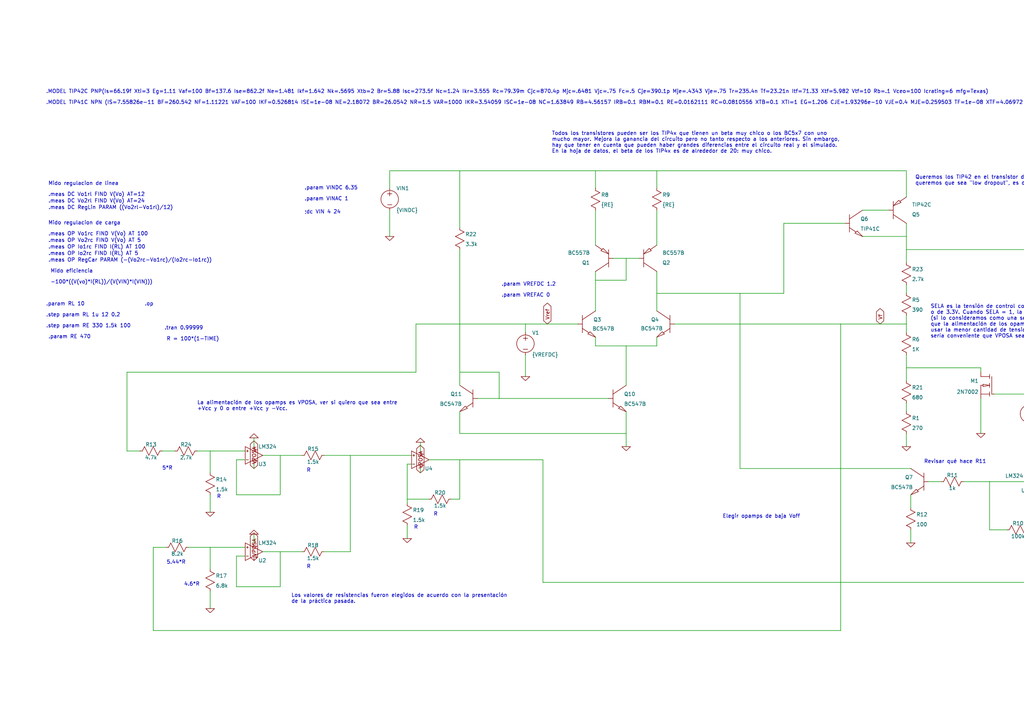
<source format=kicad_sch>
(kicad_sch (version 20231120) (generator "eeschema") (generator_version "8.0")
  (paper "A4")
  (lib_symbols
    (symbol "ltspice:GND" (power)
      (symbol "GND_0_0"
        (polyline (pts (xy 1.27 0) (xy -1.27 0) (xy 0 -1.1938) (xy 1.27 0) (xy -1.27 0) (xy 0 -1.1938)) (stroke (width 0.1524)))
        (pin power_in line (at 0 0 0) (length 0.0005) (name "") (number ""))
      )
    )
    (symbol "ltspice:OpAmps/opamp2" (pin_numbers hide)
      (symbol "OpAmps/opamp2_0_0"
        (polyline (pts (xy -2.54 -7.62) (xy -2.54 -2.54)) (stroke (width 0.1524)))
        (polyline (pts (xy -1.905 -6.0452) (xy -1.905 -6.6802)) (stroke (width 0.1524)))
        (polyline (pts (xy -1.6002 -6.35) (xy -2.2352 -6.35)) (stroke (width 0.1524)))
        (polyline (pts (xy -1.6002 -3.81) (xy -2.2352 -3.81)) (stroke (width 0.1524)))
        (polyline (pts (xy 0 -6.35) (xy 0 -7.62)) (stroke (width 0.1524)))
        (polyline (pts (xy 0 -3.81) (xy 0 -2.54)) (stroke (width 0.1524)))
        (polyline (pts (xy 0.635 -3.81) (xy 0.635 -3.175)) (stroke (width 0.1524)))
        (polyline (pts (xy 0.9652 -6.6802) (xy 0.3302 -6.6802)) (stroke (width 0.1524)))
        (polyline (pts (xy 0.9652 -3.5052) (xy 0.3302 -3.5052)) (stroke (width 0.1524)))
        (polyline (pts (xy 2.54 -5.08) (xy -2.54 -7.62)) (stroke (width 0.1524)))
        (polyline (pts (xy 2.54 -5.08) (xy -2.54 -2.54)) (stroke (width 0.1524)))
        (pin passive line (at -2.54 -6.35 0) (length 0.0005) (name "In+") (number "1"))
        (pin passive line (at -2.54 -3.81 0) (length 0.0005) (name "In-") (number "2"))
        (pin passive line (at 0 -2.54 0) (length 0.0005) (name "V+") (number "3"))
        (pin passive line (at 0 -7.62 0) (length 0.0005) (name "V-") (number "4"))
        (pin passive line (at 2.54 -5.08 0) (length 0.0005) (name "OUT") (number "5"))
      )
    )
    (symbol "ltspice:cap" (pin_numbers hide)
      (symbol "cap_0_0"
        (polyline (pts (xy 1.27 -5.08) (xy 1.27 -2.8702)) (stroke (width 0.1524)))
        (polyline (pts (xy 1.27 0) (xy 1.27 -2.2352)) (stroke (width 0.1524)))
        (polyline (pts (xy 2.54 -2.8702) (xy 0 -2.8702)) (stroke (width 0.1524)))
        (polyline (pts (xy 2.54 -2.2352) (xy 0 -2.2352)) (stroke (width 0.1524)))
        (pin passive line (at 1.27 0 0) (length 0.0005) (name "") (number "1"))
        (pin passive line (at 1.27 -5.08 0) (length 0.0005) (name "") (number "2"))
      )
    )
    (symbol "ltspice:nmos" (pin_numbers hide)
      (symbol "nmos_0_0"
        (polyline (pts (xy 0.635 -6.35) (xy 0 -6.35)) (stroke (width 0.1524)))
        (polyline (pts (xy 0.635 -6.35) (xy 0.635 -1.27)) (stroke (width 0.1524)))
        (polyline (pts (xy 1.27 -6.985) (xy 1.27 -5.715)) (stroke (width 0.1524)))
        (polyline (pts (xy 1.27 -4.445) (xy 1.27 -3.175)) (stroke (width 0.1524)))
        (polyline (pts (xy 1.27 -1.905) (xy 1.27 -0.635)) (stroke (width 0.1524)))
        (polyline (pts (xy 1.27 -1.27) (xy 3.81 -1.27)) (stroke (width 0.1524)))
        (polyline (pts (xy 3.175 -4.1402) (xy 1.27 -3.81)) (stroke (width 0.1524)))
        (polyline (pts (xy 3.175 -4.1402) (xy 3.175 -3.5052)) (stroke (width 0.1524)))
        (polyline (pts (xy 3.175 -3.5052) (xy 1.27 -3.81)) (stroke (width 0.1524)))
        (polyline (pts (xy 3.81 -7.62) (xy 3.81 -3.81)) (stroke (width 0.1524)))
        (polyline (pts (xy 3.81 -6.35) (xy 1.27 -6.35)) (stroke (width 0.1524)))
        (polyline (pts (xy 3.81 -3.81) (xy 3.175 -3.81)) (stroke (width 0.1524)))
        (polyline (pts (xy 3.81 -1.27) (xy 3.81 0)) (stroke (width 0.1524)))
        (pin passive line (at 3.81 0 0) (length 0.0005) (name "D") (number "1"))
        (pin passive line (at 0 -6.35 0) (length 0.0005) (name "G") (number "2"))
        (pin passive line (at 3.81 -7.62 0) (length 0.0005) (name "S") (number "3"))
      )
    )
    (symbol "ltspice:npn" (pin_numbers hide)
      (symbol "npn_0_0"
        (polyline (pts (xy 0 -3.81) (xy 1.27 -3.81)) (stroke (width 0.1524)))
        (polyline (pts (xy 1.27 -5.08) (xy 3.175 -6.35)) (stroke (width 0.1524)))
        (polyline (pts (xy 1.27 -1.27) (xy 1.27 -6.35)) (stroke (width 0.1524)))
        (polyline (pts (xy 2.8702 -6.6802) (xy 3.5052 -6.0452)) (stroke (width 0.1524)))
        (polyline (pts (xy 2.8702 -6.6802) (xy 5.08 -7.62)) (stroke (width 0.1524)))
        (polyline (pts (xy 3.5052 -6.0452) (xy 5.08 -7.62)) (stroke (width 0.1524)))
        (polyline (pts (xy 5.08 0) (xy 1.27 -2.54)) (stroke (width 0.1524)))
        (pin passive line (at 5.08 0 0) (length 0.0005) (name "C") (number "1"))
        (pin passive line (at 0 -3.81 0) (length 0.0005) (name "B") (number "2"))
        (pin passive line (at 5.08 -7.62 0) (length 0.0005) (name "E") (number "3"))
      )
    )
    (symbol "ltspice:pnp" (pin_numbers hide)
      (symbol "pnp_0_0"
        (polyline (pts (xy 0 -3.81) (xy 1.27 -3.81)) (stroke (width 0.1524)))
        (polyline (pts (xy 1.27 -1.27) (xy 1.27 -6.35)) (stroke (width 0.1524)))
        (polyline (pts (xy 2.8702 -6.6802) (xy 1.27 -5.08)) (stroke (width 0.1524)))
        (polyline (pts (xy 2.8702 -6.6802) (xy 3.5052 -6.0452)) (stroke (width 0.1524)))
        (polyline (pts (xy 3.5052 -6.0452) (xy 1.27 -5.08)) (stroke (width 0.1524)))
        (polyline (pts (xy 5.08 -7.62) (xy 3.175 -6.35)) (stroke (width 0.1524)))
        (polyline (pts (xy 5.08 0) (xy 1.27 -2.54)) (stroke (width 0.1524)))
        (pin passive line (at 5.08 0 0) (length 0.0005) (name "C") (number "1"))
        (pin passive line (at 0 -3.81 0) (length 0.0005) (name "B") (number "2"))
        (pin passive line (at 5.08 -7.62 0) (length 0.0005) (name "E") (number "3"))
      )
    )
    (symbol "ltspice:res" (pin_numbers hide)
      (symbol "res_0_0"
        (polyline (pts (xy 0 -6.35) (xy 2.54 -5.08)) (stroke (width 0.1524)))
        (polyline (pts (xy 0 -3.81) (xy 2.54 -2.54)) (stroke (width 0.1524)))
        (polyline (pts (xy 1.27 -7.62) (xy 1.27 -6.985)) (stroke (width 0.1524)))
        (polyline (pts (xy 1.27 -6.985) (xy 0 -6.35)) (stroke (width 0.1524)))
        (polyline (pts (xy 1.27 -1.905) (xy 1.27 -1.27)) (stroke (width 0.1524)))
        (polyline (pts (xy 2.54 -5.08) (xy 0 -3.81)) (stroke (width 0.1524)))
        (polyline (pts (xy 2.54 -2.54) (xy 1.27 -1.905)) (stroke (width 0.1524)))
        (pin passive line (at 1.27 -1.27 0) (length 0.0005) (name "") (number "1"))
        (pin passive line (at 1.27 -7.62 0) (length 0.0005) (name "") (number "2"))
      )
    )
    (symbol "ltspice:voltage" (pin_numbers hide)
      (symbol "voltage_0_0"
        (circle (center 0 -4.445) (radius 2.54) (stroke (width 0.1524)))
        (polyline (pts (xy 0 -6.985) (xy 0 -7.62)) (stroke (width 0.1524)))
        (polyline (pts (xy 0 -3.5052) (xy 0 -2.2352)) (stroke (width 0.1524)))
        (polyline (pts (xy 0 -1.905) (xy 0 -1.27)) (stroke (width 0.1524)))
        (polyline (pts (xy 0.635 -6.0452) (xy -0.635 -6.0452)) (stroke (width 0.1524)))
        (polyline (pts (xy 0.635 -2.8702) (xy -0.635 -2.8702)) (stroke (width 0.1524)))
        (pin passive line (at 0 -1.27 0) (length 0.0005) (name "+") (number "1"))
        (pin passive line (at 0 -7.62 0) (length 0.0005) (name "-") (number "2"))
      )
    )
  )
  (wire (pts (xy 262.89 93.98) (xy 262.89 91.44)) (stroke (width 0.1524)))
  (wire (pts (xy 354.33 125.73) (xy 337.82 125.73)) (stroke (width 0.1524)))
  (wire (pts (xy 120.65 107.95) (xy 120.65 93.98)) (stroke (width 0.1524)))
  (wire (pts (xy 157.48 168.91) (xy 157.48 133.35)) (stroke (width 0.1524)))
  (wire (pts (xy 172.72 71.12) (xy 172.72 60.96)) (stroke (width 0.1524)))
  (wire (pts (xy 48.26 158.75) (xy 44.45 158.75)) (stroke (width 0.1524)))
  (wire (pts (xy 342.9 72.39) (xy 340.36 72.39)) (stroke (width 0.1524)))
  (wire (pts (xy 317.5 153.67) (xy 306.07 153.67)) (stroke (width 0.1524)))
  (wire (pts (xy 243.84 182.88) (xy 243.84 93.98)) (stroke (width 0.1524)))
  (wire (pts (xy 172.72 100.33) (xy 172.72 97.79)) (stroke (width 0.1524)))
  (wire (pts (xy 306.07 140.97) (xy 302.26 140.97)) (stroke (width 0.1524)))
  (wire (pts (xy 262.89 96.52) (xy 262.89 93.98)) (stroke (width 0.1524)))
  (wire (pts (xy 190.5 100.33) (xy 181.61 100.33)) (stroke (width 0.1524)))
  (wire (pts (xy 101.6 132.08) (xy 93.98 132.08)) (stroke (width 0.1524)))
  (wire (pts (xy 190.5 100.33) (xy 190.5 97.79)) (stroke (width 0.1524)))
  (wire (pts (xy 60.96 165.1) (xy 60.96 158.75)) (stroke (width 0.1524)))
  (wire (pts (xy 181.61 81.28) (xy 172.72 81.28)) (stroke (width 0.1524)))
  (wire (pts (xy 152.4 93.98) (xy 120.65 93.98)) (stroke (width 0.1524)))
  (wire (pts (xy 334.01 107.95) (xy 334.01 102.87)) (stroke (width 0.1524)))
  (wire (pts (xy 119.38 132.08) (xy 101.6 132.08)) (stroke (width 0.1524)))
  (wire (pts (xy 342.9 86.36) (xy 342.9 72.39)) (stroke (width 0.1524)))
  (wire (pts (xy 262.89 129.54) (xy 262.89 125.73)) (stroke (width 0.1524)))
  (wire (pts (xy 152.4 96.52) (xy 152.4 93.98)) (stroke (width 0.1524)))
  (wire (pts (xy 87.63 160.02) (xy 81.28 160.02)) (stroke (width 0.1524)))
  (wire (pts (xy 60.96 176.53) (xy 60.96 171.45)) (stroke (width 0.1524)))
  (wire (pts (xy 322.58 110.49) (xy 322.58 107.95)) (stroke (width 0.1524)))
  (wire (pts (xy 403.86 80.01) (xy 403.86 76.2)) (stroke (width 0.1524)))
  (wire (pts (xy 144.78 115.57) (xy 144.78 107.95)) (stroke (width 0.1524)))
  (wire (pts (xy 287.02 139.7) (xy 279.4 139.7)) (stroke (width 0.1524)))
  (wire (pts (xy 341.63 110.49) (xy 339.09 110.49)) (stroke (width 0.1524)))
  (wire (pts (xy 124.46 144.78) (xy 118.11 144.78)) (stroke (width 0.1524)))
  (wire (pts (xy 262.89 106.68) (xy 262.89 102.87)) (stroke (width 0.1524)))
  (wire (pts (xy 152.4 93.98) (xy 167.64 93.98)) (stroke (width 0.1524)))
  (wire (pts (xy 133.35 144.78) (xy 130.81 144.78)) (stroke (width 0.1524)))
  (wire (pts (xy 334.01 96.52) (xy 334.01 86.36)) (stroke (width 0.1524)))
  (wire (pts (xy 264.16 157.48) (xy 264.16 153.67)) (stroke (width 0.1524)))
  (wire (pts (xy 144.78 115.57) (xy 138.43 115.57)) (stroke (width 0.1524)))
  (wire (pts (xy 243.84 93.98) (xy 262.89 93.98)) (stroke (width 0.1524)))
  (wire (pts (xy 190.5 49.53) (xy 172.72 49.53)) (stroke (width 0.1524)))
  (wire (pts (xy 133.35 144.78) (xy 133.35 133.35)) (stroke (width 0.1524)))
  (wire (pts (xy 81.28 132.08) (xy 76.2 132.08)) (stroke (width 0.1524)))
  (wire (pts (xy 60.96 137.16) (xy 60.96 130.81)) (stroke (width 0.1524)))
  (wire (pts (xy 172.72 90.17) (xy 172.72 81.28)) (stroke (width 0.1524)))
  (wire (pts (xy 144.78 107.95) (xy 133.35 107.95)) (stroke (width 0.1524)))
  (wire (pts (xy 152.4 109.22) (xy 152.4 102.87)) (stroke (width 0.1524)))
  (wire (pts (xy 374.65 77.47) (xy 374.65 72.39)) (stroke (width 0.1524)))
  (wire (pts (xy 113.03 68.58) (xy 113.03 60.96)) (stroke (width 0.1524)))
  (wire (pts (xy 172.72 81.28) (xy 172.72 78.74)) (stroke (width 0.1524)))
  (wire (pts (xy 299.72 144.78) (xy 299.72 142.24)) (stroke (width 0.1524)))
  (wire (pts (xy 118.11 156.21) (xy 118.11 152.4)) (stroke (width 0.1524)))
  (wire (pts (xy 337.82 133.35) (xy 328.93 133.35)) (stroke (width 0.1524)))
  (wire (pts (xy 119.38 134.62) (xy 118.11 134.62)) (stroke (width 0.1524)))
  (wire (pts (xy 71.12 158.75) (xy 60.96 158.75)) (stroke (width 0.1524)))
  (wire (pts (xy 172.72 54.61) (xy 172.72 49.53)) (stroke (width 0.1524)))
  (wire (pts (xy 336.55 114.3) (xy 336.55 107.95)) (stroke (width 0.1524)))
  (wire (pts (xy 81.28 170.18) (xy 68.58 170.18)) (stroke (width 0.1524)))
  (wire (pts (xy 298.45 125.73) (xy 298.45 123.19)) (stroke (width 0.1524)))
  (wire (pts (xy 354.33 114.3) (xy 354.33 110.49)) (stroke (width 0.1524)))
  (wire (pts (xy 44.45 182.88) (xy 44.45 158.75)) (stroke (width 0.1524)))
  (wire (pts (xy 181.61 111.76) (xy 181.61 100.33)) (stroke (width 0.1524)))
  (wire (pts (xy 36.83 130.81) (xy 36.83 107.95)) (stroke (width 0.1524)))
  (wire (pts (xy 287.02 153.67) (xy 287.02 139.7)) (stroke (width 0.1524)))
  (wire (pts (xy 227.33 85.09) (xy 214.63 85.09)) (stroke (width 0.1524)))
  (wire (pts (xy 133.35 66.04) (xy 133.35 49.53)) (stroke (width 0.1524)))
  (wire (pts (xy 185.42 74.93) (xy 181.61 74.93)) (stroke (width 0.1524)))
  (wire (pts (xy 181.61 125.73) (xy 181.61 119.38)) (stroke (width 0.1524)))
  (wire (pts (xy 292.1 153.67) (xy 287.02 153.67)) (stroke (width 0.1524)))
  (wire (pts (xy 73.66 129.54) (xy 73.66 127)) (stroke (width 0.1524)))
  (wire (pts (xy 133.35 111.76) (xy 133.35 107.95)) (stroke (width 0.1524)))
  (wire (pts (xy 257.81 60.96) (xy 250.19 60.96)) (stroke (width 0.1524)))
  (wire (pts (xy 264.16 135.89) (xy 214.63 135.89)) (stroke (width 0.1524)))
  (wire (pts (xy 262.89 110.49) (xy 262.89 106.68)) (stroke (width 0.1524)))
  (wire (pts (xy 361.95 77.47) (xy 361.95 72.39)) (stroke (width 0.1524)))
  (wire (pts (xy 60.96 148.59) (xy 60.96 143.51)) (stroke (width 0.1524)))
  (wire (pts (xy 214.63 85.09) (xy 190.5 85.09)) (stroke (width 0.1524)))
  (wire (pts (xy 181.61 129.54) (xy 181.61 125.73)) (stroke (width 0.1524)))
  (wire (pts (xy 190.5 54.61) (xy 190.5 49.53)) (stroke (width 0.1524)))
  (wire (pts (xy 273.05 139.7) (xy 269.24 139.7)) (stroke (width 0.1524)))
  (wire (pts (xy 354.33 110.49) (xy 341.63 110.49)) (stroke (width 0.1524)))
  (wire (pts (xy 262.89 68.58) (xy 250.19 68.58)) (stroke (width 0.1524)))
  (wire (pts (xy 374.65 72.39) (xy 361.95 72.39)) (stroke (width 0.1524)))
  (wire (pts (xy 354.33 125.73) (xy 354.33 120.65)) (stroke (width 0.1524)))
  (wire (pts (xy 264.16 147.32) (xy 264.16 143.51)) (stroke (width 0.1524)))
  (wire (pts (xy 332.74 168.91) (xy 332.74 153.67)) (stroke (width 0.1524)))
  (wire (pts (xy 60.96 130.81) (xy 57.15 130.81)) (stroke (width 0.1524)))
  (wire (pts (xy 214.63 135.89) (xy 214.63 85.09)) (stroke (width 0.1524)))
  (wire (pts (xy 245.11 64.77) (xy 227.33 64.77)) (stroke (width 0.1524)))
  (wire (pts (xy 297.18 139.7) (xy 287.02 139.7)) (stroke (width 0.1524)))
  (wire (pts (xy 101.6 160.02) (xy 93.98 160.02)) (stroke (width 0.1524)))
  (wire (pts (xy 334.01 86.36) (xy 331.47 86.36)) (stroke (width 0.1524)))
  (wire (pts (xy 157.48 133.35) (xy 133.35 133.35)) (stroke (width 0.1524)))
  (wire (pts (xy 71.12 130.81) (xy 60.96 130.81)) (stroke (width 0.1524)))
  (wire (pts (xy 335.28 116.84) (xy 331.47 116.84)) (stroke (width 0.1524)))
  (wire (pts (xy 342.9 86.36) (xy 341.63 86.36)) (stroke (width 0.1524)))
  (wire (pts (xy 361.95 72.39) (xy 342.9 72.39)) (stroke (width 0.1524)))
  (wire (pts (xy 133.35 49.53) (xy 113.03 49.53)) (stroke (width 0.1524)))
  (wire (pts (xy 262.89 85.09) (xy 262.89 82.55)) (stroke (width 0.1524)))
  (wire (pts (xy 262.89 68.58) (xy 262.89 64.77)) (stroke (width 0.1524)))
  (wire (pts (xy 60.96 158.75) (xy 54.61 158.75)) (stroke (width 0.1524)))
  (wire (pts (xy 361.95 90.17) (xy 361.95 83.82)) (stroke (width 0.1524)))
  (wire (pts (xy 334.01 72.39) (xy 331.47 72.39)) (stroke (width 0.1524)))
  (wire (pts (xy 306.07 138.43) (xy 306.07 133.35)) (stroke (width 0.1524)))
  (wire (pts (xy 181.61 74.93) (xy 177.8 74.93)) (stroke (width 0.1524)))
  (wire (pts (xy 284.48 107.95) (xy 284.48 106.68)) (stroke (width 0.1524)))
  (wire (pts (xy 337.82 133.35) (xy 337.82 125.73)) (stroke (width 0.1524)))
  (wire (pts (xy 227.33 85.09) (xy 227.33 64.77)) (stroke (width 0.1524)))
  (wire (pts (xy 374.65 90.17) (xy 374.65 82.55)) (stroke (width 0.1524)))
  (wire (pts (xy 81.28 160.02) (xy 76.2 160.02)) (stroke (width 0.1524)))
  (wire (pts (xy 87.63 132.08) (xy 81.28 132.08)) (stroke (width 0.1524)))
  (wire (pts (xy 336.55 107.95) (xy 334.01 107.95)) (stroke (width 0.1524)))
  (wire (pts (xy 337.82 125.73) (xy 337.82 119.38)) (stroke (width 0.1524)))
  (wire (pts (xy 101.6 160.02) (xy 101.6 132.08)) (stroke (width 0.1524)))
  (wire (pts (xy 403.86 88.9) (xy 403.86 86.36)) (stroke (width 0.1524)))
  (wire (pts (xy 120.65 107.95) (xy 36.83 107.95)) (stroke (width 0.1524)))
  (wire (pts (xy 118.11 146.05) (xy 118.11 144.78)) (stroke (width 0.1524)))
  (wire (pts (xy 190.5 85.09) (xy 190.5 78.74)) (stroke (width 0.1524)))
  (wire (pts (xy 121.92 130.81) (xy 121.92 128.27)) (stroke (width 0.1524)))
  (wire (pts (xy 331.47 119.38) (xy 331.47 116.84)) (stroke (width 0.1524)))
  (wire (pts (xy 181.61 100.33) (xy 172.72 100.33)) (stroke (width 0.1524)))
  (wire (pts (xy 334.01 107.95) (xy 331.47 107.95)) (stroke (width 0.1524)))
  (wire (pts (xy 133.35 133.35) (xy 124.46 133.35)) (stroke (width 0.1524)))
  (wire (pts (xy 284.48 125.73) (xy 284.48 115.57)) (stroke (width 0.1524)))
  (wire (pts (xy 262.89 57.15) (xy 262.89 49.53)) (stroke (width 0.1524)))
  (wire (pts (xy 133.35 107.95) (xy 133.35 72.39)) (stroke (width 0.1524)))
  (wire (pts (xy 113.03 54.61) (xy 113.03 49.53)) (stroke (width 0.1524)))
  (wire (pts (xy 341.63 96.52) (xy 341.63 86.36)) (stroke (width 0.1524)))
  (wire (pts (xy 312.42 133.35) (xy 306.07 133.35)) (stroke (width 0.1524)))
  (wire (pts (xy 322.58 133.35) (xy 312.42 133.35)) (stroke (width 0.1524)))
  (wire (pts (xy 284.48 106.68) (xy 262.89 106.68)) (stroke (width 0.1524)))
  (wire (pts (xy 181.61 81.28) (xy 181.61 74.93)) (stroke (width 0.1524)))
  (wire (pts (xy 68.58 143.51) (xy 68.58 133.35)) (stroke (width 0.1524)))
  (wire (pts (xy 71.12 161.29) (xy 68.58 161.29)) (stroke (width 0.1524)))
  (wire (pts (xy 262.89 49.53) (xy 190.5 49.53)) (stroke (width 0.1524)))
  (wire (pts (xy 341.63 110.49) (xy 341.63 102.87)) (stroke (width 0.1524)))
  (wire (pts (xy 71.12 133.35) (xy 68.58 133.35)) (stroke (width 0.1524)))
  (wire (pts (xy 190.5 71.12) (xy 190.5 60.96)) (stroke (width 0.1524)))
  (wire (pts (xy 243.84 182.88) (xy 44.45 182.88)) (stroke (width 0.1524)))
  (wire (pts (xy 133.35 125.73) (xy 133.35 119.38)) (stroke (width 0.1524)))
  (wire (pts (xy 176.53 115.57) (xy 144.78 115.57)) (stroke (width 0.1524)))
  (wire (pts (xy 50.8 130.81) (xy 46.99 130.81)) (stroke (width 0.1524)))
  (wire (pts (xy 339.09 114.3) (xy 339.09 110.49)) (stroke (width 0.1524)))
  (wire (pts (xy 312.42 135.89) (xy 312.42 133.35)) (stroke (width 0.1524)))
  (wire (pts (xy 243.84 93.98) (xy 195.58 93.98)) (stroke (width 0.1524)))
  (wire (pts (xy 262.89 76.2) (xy 262.89 72.39)) (stroke (width 0.1524)))
  (wire (pts (xy 332.74 153.67) (xy 323.85 153.67)) (stroke (width 0.1524)))
  (wire (pts (xy 325.12 107.95) (xy 322.58 107.95)) (stroke (width 0.1524)))
  (wire (pts (xy 118.11 144.78) (xy 118.11 134.62)) (stroke (width 0.1524)))
  (wire (pts (xy 81.28 143.51) (xy 81.28 132.08)) (stroke (width 0.1524)))
  (wire (pts (xy 262.89 119.38) (xy 262.89 116.84)) (stroke (width 0.1524)))
  (wire (pts (xy 81.28 143.51) (xy 68.58 143.51)) (stroke (width 0.1524)))
  (wire (pts (xy 298.45 114.3) (xy 288.29 114.3)) (stroke (width 0.1524)))
  (wire (pts (xy 68.58 170.18) (xy 68.58 161.29)) (stroke (width 0.1524)))
  (wire (pts (xy 332.74 168.91) (xy 157.48 168.91)) (stroke (width 0.1524)))
  (wire (pts (xy 306.07 153.67) (xy 298.45 153.67)) (stroke (width 0.1524)))
  (wire (pts (xy 121.92 137.16) (xy 121.92 135.89)) (stroke (width 0.1524)))
  (wire (pts (xy 172.72 49.53) (xy 133.35 49.53)) (stroke (width 0.1524)))
  (wire (pts (xy 312.42 144.78) (xy 312.42 142.24)) (stroke (width 0.1524)))
  (wire (pts (xy 181.61 125.73) (xy 133.35 125.73)) (stroke (width 0.1524)))
  (wire (pts (xy 73.66 157.48) (xy 73.66 154.94)) (stroke (width 0.1524)))
  (wire (pts (xy 299.72 137.16) (xy 299.72 134.62)) (stroke (width 0.1524)))
  (wire (pts (xy 306.07 138.43) (xy 302.26 138.43)) (stroke (width 0.1524)))
  (wire (pts (xy 73.66 135.89) (xy 73.66 134.62)) (stroke (width 0.1524)))
  (wire (pts (xy 190.5 90.17) (xy 190.5 85.09)) (stroke (width 0.1524)))
  (wire (pts (xy 331.47 72.39) (xy 262.89 72.39)) (stroke (width 0.1524)))
  (wire (pts (xy 344.17 116.84) (xy 340.36 116.84)) (stroke (width 0.1524)))
  (wire (pts (xy 40.64 130.81) (xy 36.83 130.81)) (stroke (width 0.1524)))
  (wire (pts (xy 298.45 116.84) (xy 298.45 114.3)) (stroke (width 0.1524)))
  (wire (pts (xy 262.89 72.39) (xy 262.89 68.58)) (stroke (width 0.1524)))
  (wire (pts (xy 331.47 86.36) (xy 331.47 72.39)) (stroke (width 0.1524)))
  (wire (pts (xy 306.07 153.67) (xy 306.07 140.97)) (stroke (width 0.1524)))
  (wire (pts (xy 81.28 170.18) (xy 81.28 160.02)) (stroke (width 0.1524)))
  (text "Usamos cinco opamps, los cuales se pueden comprar solos en un solo encampsulado\nde a varios. Lo máximo es encapsulado de cuatro juntos, por lo que convendría buscar\nalguna forma de eliminar uno y quedarnos solo con esos cuatro." (at 353.695 99.1616 0) (effects (font (size 1.0668 1.0668)) (justify left top)))
  (text "* .inc LM324.lib" (at 371.475 118.11 0) (effects (font (size 1.0668 1.0668)) (justify left)))
  (text "-100*((V(vo)*I(RL))/(V(VIN)*I(VIN)))" (at 14.605 81.915 0) (effects (font (size 1.0668 1.0668)) (justify left)))
  (text "5*R" (at 46.99 135.89 0) (effects (font (size 1.0668 1.0668)) (justify left)))
  (text ".meas DC RegLin PARAM ((Vo2rl-Vo1rl)/12)" (at 13.97 60.325 0) (effects (font (size 1.0668 1.0668)) (justify left)))
  (text ".MODEL TIP41C NPN (IS=7.55826e-11 BF=260.542 NF=1.11221 VAF=100 IKF=0.526814 ISE=1e-08 NE=2.18072 BR=26.0542 NR=1.5 VAR=1000 IKR=3.54059 ISC=1e-08 NC=1.63849 RB=4.56157 IRB=0.1 RBM=0.1 RE=0.0162111 RC=0.0810556 XTB=0.1 XTI=1 EG=1.206 CJE=1.93296e-10 VJE=0.4 MJE=0.259503 TF=1e-08 XTF=4.06972 VTF=7.1157 ITF=0.001 CJC=1.09657e-10 VJC=0.730921 MJC=0.23 XCJC=0.803085 FC=0.8 TR=9.01013e-08 PTF=0 Vceo=100 ICrating=6 mfg=ON_Semi)" (at 13.335 29.845 0) (effects (font (size 1.0668 1.0668)) (justify left)))
  (text "Mido regulacion de carga" (at 13.97 64.77 0) (effects (font (size 1.0668 1.0668)) (justify left)))
  (text ".param RL 10" (at 13.335 88.265 0) (effects (font (size 1.0668 1.0668)) (justify left)))
  (text "Todos los transistores pueden ser los TIP4x que tienen un beta muy chico o los BC5x7 con uno\nmucho mayor. Mejora la ganancia del circuito pero no tanto respecto a los anteriores. Sin embargo,\nhay que tener en cuenta que pueden haber grandes diferencias entre el circuito real y el simulado.\nEn la hoja de datos, el beta de los TIP4x es de alrededor de 20: muy chico." (at 160.02 38.2016 0) (effects (font (size 1.0668 1.0668)) (justify left top)))
  (text "R" (at 88.9 136.525 0) (effects (font (size 1.0668 1.0668)) (justify left)))
  (text "La alimentación de los opamps es VPOSA, ver si quiero que sea entre\n+Vcc y 0 o entre +Vcc y -Vcc." (at 57.15 116.3066 0) (effects (font (size 1.0668 1.0668)) (justify left top)))
  (text "R" (at 88.9 164.465 0) (effects (font (size 1.0668 1.0668)) (justify left)))
  (text ";dc VIN 4 24" (at 88.265 61.595 0) (effects (font (size 1.0668 1.0668)) (justify left)))
  (text "4.6*R" (at 53.34 169.545 0) (effects (font (size 1.0668 1.0668)) (justify left)))
  (text ".step param RE 330 1.5k 100" (at 13.335 94.615 0) (effects (font (size 1.0668 1.0668)) (justify left)))
  (text ".meas DC Vo2rl FIND V(Vo) AT=24" (at 13.97 58.42 0) (effects (font (size 1.0668 1.0668)) (justify left)))
  (text ".param VINAC 1" (at 88.265 57.785 0) (effects (font (size 1.0668 1.0668)) (justify left)))
  (text ".param VREFDC 1.2" (at 145.415 82.55 0) (effects (font (size 1.0668 1.0668)) (justify left)))
  (text ".step param RL 1u 12 0.2" (at 13.335 91.44 0) (effects (font (size 1.0668 1.0668)) (justify left)))
  (text "Mido eficiencia" (at 14.605 78.74 0) (effects (font (size 1.0668 1.0668)) (justify left)))
  (text ".meas DC Vo1rl FIND V(Vo) AT=12" (at 13.97 56.515 0) (effects (font (size 1.0668 1.0668)) (justify left)))
  (text "R" (at 120.015 153.035 0) (effects (font (size 1.0668 1.0668)) (justify left)))
  (text "5.44*R" (at 48.26 163.195 0) (effects (font (size 1.0668 1.0668)) (justify left)))
  (text "R" (at 62.865 144.145 0) (effects (font (size 1.0668 1.0668)) (justify left)))
  (text "Queremos los TIP42 en el transistor de paso porque\nqueremos que sea \"low dropout\", es decir, baja VCE." (at 265.43 50.9016 0) (effects (font (size 1.0668 1.0668)) (justify left top)))
  (text "SELA es la tensión de control con la que elegimos si la salida es de 5V\no de 3.3V. Cuando SELA = 1, la salida es de 5V y cuando es 0, de 3.3V\n(si lo consideramos como una señal digital). También hay que considerar\nque la alimentación de los opamps va a ser VPOSA y nos convendría\nusar la menor cantidad de tensiones de control diferentes, por lo que\nsería conveniente que VPOSA sea también SELA." (at 269.875 88.3666 0) (effects (font (size 1.0668 1.0668)) (justify left top)))
  (text "Los valores de resistencias fueron elegidos de acuerdo con la presentación\nde la práctica pasada." (at 84.455 172.1866 0) (effects (font (size 1.0668 1.0668)) (justify left top)))
  (text ".param RE 470" (at 13.97 97.79 0) (effects (font (size 1.0668 1.0668)) (justify left)))
  (text "R" (at 125.73 149.225 0) (effects (font (size 1.0668 1.0668)) (justify left)))
  (text ".meas OP Vo2rc FIND V(Vo) AT 5" (at 13.97 69.85 0) (effects (font (size 1.0668 1.0668)) (justify left)))
  (text ".MODEL TIP42C PNP(Is=66.19f Xti=3 Eg=1.11 Vaf=100 Bf=137.6 Ise=862.2f Ne=1.481 Ikf=1.642 Nk=.5695 Xtb=2 Br=5.88 Isc=273.5f Nc=1.24 Ikr=3.555 Rc=79.39m Cjc=870.4p Mjc=.6481 Vjc=.75 Fc=.5 Cje=390.1p Mje=.4343 Vje=.75 Tr=235.4n Tf=23.21n Itf=71.33 Xtf=5.982 Vtf=10 Rb=.1 Vceo=100 Icrating=6 mfg=Texas)" (at 13.335 26.67 0) (effects (font (size 1.0668 1.0668)) (justify left)))
  (text "Elegir opamps de baja Voff" (at 209.55 149.86 0) (effects (font (size 1.0668 1.0668)) (justify left)))
  (text "Tener en cuanta que hay \"low dropout\" cuando la Ro (estática) es baja." (at 333.375 59.69 0) (effects (font (size 1.0668 1.0668)) (justify left)))
  (text ".param VINDC 6.35" (at 88.265 54.61 0) (effects (font (size 1.0668 1.0668)) (justify left)))
  (text "R = 100*(1-TIME)" (at 48.26 98.425 0) (effects (font (size 1.0668 1.0668)) (justify left)))
  (text ".meas OP Io2rc FIND I(RL) AT 5" (at 13.97 73.66 0) (effects (font (size 1.0668 1.0668)) (justify left)))
  (text "Mido regulacion de linea" (at 13.97 53.34 0) (effects (font (size 1.0668 1.0668)) (justify left)))
  (text ".tran 0.99999" (at 47.625 95.25 0) (effects (font (size 1.0668 1.0668)) (justify left)))
  (text ".meas OP Vo1rc FIND V(Vo) AT 100" (at 13.97 67.945 0) (effects (font (size 1.0668 1.0668)) (justify left)))
  (text ".param VREFAC 0" (at 145.415 85.725 0) (effects (font (size 1.0668 1.0668)) (justify left)))
  (text ".op" (at 41.91 88.265 0) (effects (font (size 1.0668 1.0668)) (justify left)))
  (text ".meas OP Io1rc FIND I(RL) AT 100" (at 13.97 71.755 0) (effects (font (size 1.0668 1.0668)) (justify left)))
  (text ".meas OP RegCar PARAM (-(Vo2rc-Vo1rc)/(Io2rc-Io1rc))" (at 13.97 75.565 0) (effects (font (size 1.0668 1.0668)) (justify left)))
  (text "Revisar qué hace R11" (at 267.97 133.985 0) (effects (font (size 1.0668 1.0668)) (justify left)))
  (global_label "VPOSA" (shape bidirectional) (at 403.86 76.2 90) (effects (font (size 1.0668 1.0668))) (property "Intersheetrefs" "${INTERSHEET_REFS}" (effects (hide yes))))
  (global_label "VPOSA" (shape bidirectional) (at 73.66 135.89 90) (effects (font (size 1.0668 1.0668))) (property "Intersheetrefs" "${INTERSHEET_REFS}" (effects (hide yes))))
  (global_label "VPOSA" (shape bidirectional) (at 344.17 116.84 90) (effects (font (size 1.0668 1.0668))) (property "Intersheetrefs" "${INTERSHEET_REFS}" (effects (hide yes))))
  (global_label "Vo" (shape bidirectional) (at 361.95 72.39 90) (effects (font (size 1.0668 1.0668))) (property "Intersheetrefs" "${INTERSHEET_REFS}" (effects (hide yes))))
  (global_label "VPOSA" (shape bidirectional) (at 73.66 162.56 90) (effects (font (size 1.0668 1.0668))) (property "Intersheetrefs" "${INTERSHEET_REFS}" (effects (hide yes))))
  (global_label "VPOSA" (shape bidirectional) (at 121.92 137.16 90) (effects (font (size 1.0668 1.0668))) (property "Intersheetrefs" "${INTERSHEET_REFS}" (effects (hide yes))))
  (global_label "VPOSA" (shape bidirectional) (at 299.72 144.78 90) (effects (font (size 1.0668 1.0668))) (property "Intersheetrefs" "${INTERSHEET_REFS}" (effects (hide yes))))
  (global_label "Vf" (shape bidirectional) (at 255.27 93.98 90) (effects (font (size 1.0668 1.0668))) (property "Intersheetrefs" "${INTERSHEET_REFS}" (effects (hide yes))))
  (global_label "Vref" (shape bidirectional) (at 158.75 93.98 90) (effects (font (size 1.0668 1.0668))) (property "Intersheetrefs" "${INTERSHEET_REFS}" (effects (hide yes))))
  (symbol (lib_id "ltspice:GND") (at 264.16 157.48 0) (unit 1)
    (property "Reference" "#GND01" (effects (hide yes)))
    (property "Value" "0" (effects (hide yes)))
  )
  (symbol (lib_id "ltspice:res") (at 95.25 158.75 270) (unit 1)
    (property "Reference" "R18" (at 90.805 158.75 90) (effects (font (size 1.0668 1.0668)) (justify bottom)))
    (property "Value" "1.5k" (at 90.805 161.29 90) (effects (font (size 1.0668 1.0668)) (justify top)))
    (property "Footprint" "Resistor_THT:R_Axial_DIN0204_L3.6mm_D1.6mm_P5.08mm_Horizontal" (effects (hide yes)))
    (property "Sim.Device" "R" (effects (hide yes)))
    (property "Sim.Params" "R=${VALUE}" (effects (hide yes)))
  )
  (symbol (lib_id "ltspice:cap") (at 373.38 77.47 0) (unit 1)
    (property "Reference" "C3" (at 375.285 78.105 0) (effects (font (size 1.0668 1.0668)) (justify left)))
    (property "Value" "1µ" (at 375.285 81.915 0) (effects (font (size 1.0668 1.0668)) (justify left)))
    (property "Footprint" "Capacitor_THT:CP_Radial_Tantal_D4.5mm_P2.50mm" (effects (hide yes)))
    (property "Sim.Device" "C" (effects (hide yes)))
    (property "Sim.Params" "C=${VALUE}" (effects (hide yes)))
  )
  (symbol (lib_id "ltspice:GND") (at 113.03 68.58 0) (unit 1)
    (property "Reference" "#GND08" (effects (hide yes)))
    (property "Value" "0" (effects (hide yes)))
  )
  (symbol (lib_id "ltspice:res") (at 261.62 118.11 0) (unit 1)
    (property "Reference" "R1" (at 264.4902 121.285 0) (effects (font (size 1.0668 1.0668)) (justify left)))
    (property "Value" "270" (at 264.4902 124.1552 0) (effects (font (size 1.0668 1.0668)) (justify left)))
    (property "Footprint" "Resistor_THT:R_Axial_DIN0204_L3.6mm_D1.6mm_P5.08mm_Horizontal" (effects (hide yes)))
    (property "Sim.Device" "R" (effects (hide yes)))
    (property "Sim.Params" "R=${VALUE}" (effects (hide yes)))
  )
  (symbol (lib_id "ltspice:res") (at 261.62 74.93 0) (unit 1)
    (property "Reference" "R23" (at 264.4902 78.105 0) (effects (font (size 1.0668 1.0668)) (justify left)))
    (property "Value" "2.7k" (at 264.4902 80.9752 0) (effects (font (size 1.0668 1.0668)) (justify left)))
    (property "Footprint" "Resistor_THT:R_Axial_DIN0204_L3.6mm_D1.6mm_P5.08mm_Horizontal" (effects (hide yes)))
    (property "Sim.Device" "R" (effects (hide yes)))
    (property "Sim.Params" "R=${VALUE}" (effects (hide yes)))
  )
  (symbol (lib_id "ltspice:res") (at 116.84 144.78 0) (unit 1)
    (property "Reference" "R19" (at 119.7102 147.955 0) (effects (font (size 1.0668 1.0668)) (justify left)))
    (property "Value" "1.5k" (at 119.7102 150.8252 0) (effects (font (size 1.0668 1.0668)) (justify left)))
    (property "Footprint" "Resistor_THT:R_Axial_DIN0204_L3.6mm_D1.6mm_P5.08mm_Horizontal" (effects (hide yes)))
    (property "Sim.Device" "R" (effects (hide yes)))
    (property "Sim.Params" "R=${VALUE}" (effects (hide yes)))
  )
  (symbol (lib_id "ltspice:npn") (at 269.24 135.89 0) (mirror y) (unit 1)
    (property "Reference" "Q7" (at 264.795 138.43 0) (effects (font (size 1.0668 1.0668)) (justify left)))
    (property "Value" "BC547B" (at 264.795 141.3002 0) (effects (font (size 1.0668 1.0668)) (justify left)))
    (property "Footprint" "Package_TO_SOT_THT:TO-92L_Inline" (effects (hide yes)))
    (property "Sim.Device" "SPICE" (effects (hide yes)))
    (property "Sim.Params" "model=\"BC547B\"" (effects (hide yes)))
  )
  (symbol (lib_id "ltspice:GND") (at 312.42 144.78 0) (unit 1)
    (property "Reference" "#GND00" (effects (hide yes)))
    (property "Value" "0" (effects (hide yes)))
  )
  (symbol (lib_id "ltspice:OpAmps/opamp2") (at 73.66 137.16 0) (mirror x) (unit 1)
    (property "Reference" "U3" (at 74.93 134.62 0) (effects (font (size 1.0668 1.0668)) (justify left)))
    (property "Value" "LM324" (at 74.93 129.54 0) (effects (font (size 1.0668 1.0668)) (justify left)))
    (property "Footprint" "Package_DIP:DIP-14_W7.62mm_Socket_LongPads" (effects (hide yes)))
    (property "Sim.Library" "C:\\Users\\---\\Documents\\LTspiceXVII\\lib\\sub\\LM324.lib" (effects (hide yes)))
    (property "Sim.Device" "SUBCKT" (effects (hide yes)))
    (property "Sim.Params" "model=\"LM324\"" (effects (hide yes)))
  )
  (symbol (lib_id "ltspice:GND") (at 118.11 156.21 0) (unit 1)
    (property "Reference" "#GND05" (effects (hide yes)))
    (property "Value" "0" (effects (hide yes)))
  )
  (symbol (lib_id "ltspice:res") (at 261.62 95.25 0) (unit 1)
    (property "Reference" "R6" (at 264.4902 98.425 0) (effects (font (size 1.0668 1.0668)) (justify left)))
    (property "Value" "1K" (at 264.4902 101.2952 0) (effects (font (size 1.0668 1.0668)) (justify left)))
    (property "Footprint" "Resistor_THT:R_Axial_DIN0204_L3.6mm_D1.6mm_P5.08mm_Horizontal" (effects (hide yes)))
    (property "Sim.Device" "R" (effects (hide yes)))
    (property "Sim.Params" "R=${VALUE}" (effects (hide yes)))
  )
  (symbol (lib_id "ltspice:GND") (at 60.96 176.53 0) (unit 1)
    (property "Reference" "#GND04" (effects (hide yes)))
    (property "Value" "0" (effects (hide yes)))
  )
  (symbol (lib_id "ltspice:GND") (at 60.96 148.59 0) (unit 1)
    (property "Reference" "#GND03" (effects (hide yes)))
    (property "Value" "0" (effects (hide yes)))
  )
  (symbol (lib_id "ltspice:GND") (at 181.61 129.54 0) (unit 1)
    (property "Reference" "#GND012" (effects (hide yes)))
    (property "Value" "0" (effects (hide yes)))
  )
  (symbol (lib_id "ltspice:GND") (at 374.65 90.17 0) (unit 1)
    (property "Reference" "#GND07" (effects (hide yes)))
    (property "Value" "0" (effects (hide yes)))
  )
  (symbol (lib_id "ltspice:res") (at 59.69 163.83 0) (unit 1)
    (property "Reference" "R17" (at 62.5602 167.005 0) (effects (font (size 1.0668 1.0668)) (justify left)))
    (property "Value" "6.8k" (at 62.5602 169.8752 0) (effects (font (size 1.0668 1.0668)) (justify left)))
    (property "Footprint" "Resistor_THT:R_Axial_DIN0204_L3.6mm_D1.6mm_P5.08mm_Horizontal" (effects (hide yes)))
    (property "Sim.Device" "R" (effects (hide yes)))
    (property "Sim.Params" "R=${VALUE}" (effects (hide yes)))
  )
  (symbol (lib_id "ltspice:res") (at 59.69 135.89 0) (unit 1)
    (property "Reference" "R14" (at 62.5602 139.065 0) (effects (font (size 1.0668 1.0668)) (justify left)))
    (property "Value" "1.5k" (at 62.5602 141.9352 0) (effects (font (size 1.0668 1.0668)) (justify left)))
    (property "Footprint" "Resistor_THT:R_Axial_DIN0204_L3.6mm_D1.6mm_P5.08mm_Horizontal" (effects (hide yes)))
    (property "Sim.Device" "R" (effects (hide yes)))
    (property "Sim.Params" "R=${VALUE}" (effects (hide yes)))
  )
  (symbol (lib_id "ltspice:res") (at 132.08 64.77 0) (unit 1)
    (property "Reference" "R22" (at 134.9502 67.945 0) (effects (font (size 1.0668 1.0668)) (justify left)))
    (property "Value" "3.3k" (at 134.9502 70.8152 0) (effects (font (size 1.0668 1.0668)) (justify left)))
    (property "Footprint" "Resistor_THT:R_Axial_DIN0204_L3.6mm_D1.6mm_P5.08mm_Horizontal" (effects (hide yes)))
    (property "Sim.Device" "R" (effects (hide yes)))
    (property "Sim.Params" "R=${VALUE}" (effects (hide yes)))
  )
  (symbol (lib_id "ltspice:GND") (at 262.89 129.54 0) (unit 1)
    (property "Reference" "#GND010" (effects (hide yes)))
    (property "Value" "0" (effects (hide yes)))
  )
  (symbol (lib_id "ltspice:res") (at 95.25 130.81 270) (unit 1)
    (property "Reference" "R15" (at 90.805 130.81 90) (effects (font (size 1.0668 1.0668)) (justify bottom)))
    (property "Value" "1.5k" (at 90.805 133.35 90) (effects (font (size 1.0668 1.0668)) (justify top)))
    (property "Footprint" "Resistor_THT:R_Axial_DIN0204_L3.6mm_D1.6mm_P5.08mm_Horizontal" (effects (hide yes)))
    (property "Sim.Device" "R" (effects (hide yes)))
    (property "Sim.Params" "R=${VALUE}" (effects (hide yes)))
  )
  (symbol (lib_id "ltspice:npn") (at 245.11 60.96 0) (unit 1)
    (property "Reference" "Q6" (at 249.555 63.5 0) (effects (font (size 1.0668 1.0668)) (justify left)))
    (property "Value" "TIP41C" (at 249.555 66.3702 0) (effects (font (size 1.0668 1.0668)) (justify left)))
    (property "Footprint" "Package_TO_SOT_THT:TO-220-3_Vertical" (effects (hide yes)))
    (property "Sim.Device" "SPICE" (effects (hide yes)))
    (property "Sim.Params" "model=\"TIP41C\"" (effects (hide yes)))
  )
  (symbol (lib_id "ltspice:res") (at 171.45 53.34 0) (unit 1)
    (property "Reference" "R8" (at 174.3202 56.515 0) (effects (font (size 1.0668 1.0668)) (justify left)))
    (property "Value" "{RE}" (at 174.3202 59.3852 0) (effects (font (size 1.0668 1.0668)) (justify left)))
    (property "Footprint" "Resistor_THT:R_Axial_DIN0204_L3.6mm_D1.6mm_P5.08mm_Horizontal" (effects (hide yes)))
    (property "Sim.Device" "R" (effects (hide yes)))
    (property "Sim.Params" "R=${VALUE}" (effects (hide yes)))
  )
  (symbol (lib_id "ltspice:GND") (at 121.92 128.27 180) (unit 1)
    (property "Reference" "#GND017" (effects (hide yes)))
    (property "Value" "0" (effects (hide yes)))
  )
  (symbol (lib_id "ltspice:OpAmps/opamp2") (at 299.72 144.78 180) (unit 1)
    (property "Reference" "U1" (at 298.45 142.24 0) (effects (font (size 1.0668 1.0668)) (justify left)))
    (property "Value" "LM324" (at 296.8498 138.0236 0) (effects (font (size 1.0668 1.0668)) (justify left)))
    (property "Footprint" "Package_DIP:DIP-14_W7.62mm_Socket_LongPads" (effects (hide yes)))
    (property "Sim.Library" "C:\\Users\\---\\Documents\\LTspiceXVII\\lib\\sub\\LM324.lib" (effects (hide yes)))
    (property "Sim.Device" "SUBCKT" (effects (hide yes)))
    (property "Sim.Params" "model=\"LM324\"" (effects (hide yes)))
  )
  (symbol (lib_id "ltspice:npn") (at 195.58 90.17 0) (mirror y) (unit 1)
    (property "Reference" "Q4" (at 191.135 92.71 0) (effects (font (size 1.0668 1.0668)) (justify left)))
    (property "Value" "BC547B" (at 192.2526 95.25 0) (effects (font (size 1.0668 1.0668)) (justify left)))
    (property "Footprint" "Package_TO_SOT_THT:TO-92L_Inline" (effects (hide yes)))
    (property "Sim.Device" "SPICE" (effects (hide yes)))
    (property "Sim.Params" "model=\"BC547B\"" (effects (hide yes)))
  )
  (symbol (lib_id "ltspice:res") (at 280.67 138.43 270) (unit 1)
    (property "Reference" "R11" (at 276.225 138.43 90) (effects (font (size 1.0668 1.0668)) (justify bottom)))
    (property "Value" "1k" (at 276.225 140.97 90) (effects (font (size 1.0668 1.0668)) (justify top)))
    (property "Footprint" "Resistor_THT:R_Axial_DIN0204_L3.6mm_D1.6mm_P5.08mm_Horizontal" (effects (hide yes)))
    (property "Sim.Device" "R" (effects (hide yes)))
    (property "Sim.Params" "R=${VALUE}" (effects (hide yes)))
  )
  (symbol (lib_id "ltspice:res") (at 353.06 113.03 0) (unit 1)
    (property "Reference" "R25" (at 355.9302 116.205 0) (effects (font (size 1.0668 1.0668)) (justify left)))
    (property "Value" "10k" (at 355.9302 119.0752 0) (effects (font (size 1.0668 1.0668)) (justify left)))
    (property "Footprint" "Resistor_THT:R_Axial_DIN0204_L3.6mm_D1.6mm_P5.08mm_Horizontal" (effects (hide yes)))
    (property "Sim.Device" "R" (effects (hide yes)))
    (property "Sim.Params" "R=${VALUE}" (effects (hide yes)))
  )
  (symbol (lib_id "ltspice:res") (at 261.62 109.22 0) (unit 1)
    (property "Reference" "R21" (at 264.4902 112.395 0) (effects (font (size 1.0668 1.0668)) (justify left)))
    (property "Value" "680" (at 264.4902 115.2652 0) (effects (font (size 1.0668 1.0668)) (justify left)))
    (property "Footprint" "Resistor_THT:R_Axial_DIN0204_L3.6mm_D1.6mm_P5.08mm_Horizontal" (effects (hide yes)))
    (property "Sim.Device" "R" (effects (hide yes)))
    (property "Sim.Params" "R=${VALUE}" (effects (hide yes)))
  )
  (symbol (lib_id "ltspice:res") (at 55.88 157.48 270) (unit 1)
    (property "Reference" "R16" (at 51.435 157.48 90) (effects (font (size 1.0668 1.0668)) (justify bottom)))
    (property "Value" "8.2k" (at 51.435 160.02 90) (effects (font (size 1.0668 1.0668)) (justify top)))
    (property "Footprint" "Resistor_THT:R_Axial_DIN0204_L3.6mm_D1.6mm_P5.08mm_Horizontal" (effects (hide yes)))
    (property "Sim.Device" "R" (effects (hide yes)))
    (property "Sim.Params" "R=${VALUE}" (effects (hide yes)))
  )
  (symbol (lib_id "ltspice:voltage") (at 298.45 115.57 0) (unit 1)
    (property "Reference" "SELA1" (at 300.355 116.84 0) (effects (font (size 1.0668 1.0668)) (justify left)))
    (property "Value" "5" (at 300.99 122.6312 0) (effects (font (size 1.0668 1.0668)) (justify left)))
    (property "Footprint" "TerminalBlock:TerminalBlock_bornier-8_P5.08mm" (effects (hide yes)))
    (property "Sim.Device" "SPICE" (effects (hide yes)))
    (property "Sim.Params" "type=\"V\" model=\"${VALUE}\" " (effects (hide yes)))
  )
  (symbol (lib_id "ltspice:res") (at 332.74 95.25 0) (unit 1)
    (property "Reference" "R26" (at 335.6102 98.425 0) (effects (font (size 1.0668 1.0668)) (justify left)))
    (property "Value" "1k" (at 335.6102 101.2952 0) (effects (font (size 1.0668 1.0668)) (justify left)))
    (property "Footprint" "Resistor_THT:R_Axial_DIN0204_L3.6mm_D1.6mm_P5.08mm_Horizontal" (effects (hide yes)))
    (property "Sim.Device" "R" (effects (hide yes)))
    (property "Sim.Params" "R=${VALUE}" (effects (hide yes)))
  )
  (symbol (lib_id "ltspice:res") (at 261.62 83.82 0) (unit 1)
    (property "Reference" "R5" (at 264.4902 86.995 0) (effects (font (size 1.0668 1.0668)) (justify left)))
    (property "Value" "390" (at 264.4902 89.8652 0) (effects (font (size 1.0668 1.0668)) (justify left)))
    (property "Footprint" "Resistor_THT:R_Axial_DIN0204_L3.6mm_D1.6mm_P5.08mm_Horizontal" (effects (hide yes)))
    (property "Sim.Device" "R" (effects (hide yes)))
    (property "Sim.Params" "R=${VALUE}" (effects (hide yes)))
  )
  (symbol (lib_id "ltspice:OpAmps/opamp2") (at 121.92 138.43 0) (mirror x) (unit 1)
    (property "Reference" "U4" (at 123.19 135.89 0) (effects (font (size 1.0668 1.0668)) (justify left)))
    (property "Value" "LM324" (effects (hide yes)))
    (property "Footprint" "Package_DIP:DIP-14_W7.62mm_Socket_LongPads" (effects (hide yes)))
    (property "Sim.Library" "C:\\Users\\---\\Documents\\LTspiceXVII\\lib\\sub\\LM324.lib" (effects (hide yes)))
    (property "Sim.Device" "SUBCKT" (effects (hide yes)))
    (property "Sim.Params" "model=\"LM324\"" (effects (hide yes)))
  )
  (symbol (lib_id "ltspice:npn") (at 176.53 111.76 0) (unit 1)
    (property "Reference" "Q10" (at 180.975 114.3 0) (effects (font (size 1.0668 1.0668)) (justify left)))
    (property "Value" "BC547B" (at 180.975 117.1702 0) (effects (font (size 1.0668 1.0668)) (justify left)))
    (property "Footprint" "Package_TO_SOT_THT:TO-92L_Inline" (effects (hide yes)))
    (property "Sim.Device" "SPICE" (effects (hide yes)))
    (property "Sim.Params" "model=\"BC547B\"" (effects (hide yes)))
  )
  (symbol (lib_id "ltspice:voltage") (at 152.4 95.25 0) (unit 1)
    (property "Reference" "V1" (at 154.305 96.52 0) (effects (font (size 1.0668 1.0668)) (justify left)))
    (property "Value" "{VREFDC}" (at 154.305 102.87 0) (effects (font (size 1.0668 1.0668)) (justify left)))
    (property "Footprint" "TerminalBlock:TerminalBlock_bornier-8_P5.08mm" (effects (hide yes)))
    (property "Value2" "AC {VREFAC}" (effects (hide yes)))
    (property "Sim.Device" "SPICE" (effects (hide yes)))
    (property "Sim.Params" "type=\"V\" model=\"${VALUE} ${VALUE2}\" " (effects (hide yes)))
  )
  (symbol (lib_id "ltspice:res") (at 332.74 106.68 270) (unit 1)
    (property "Reference" "R29" (at 328.295 106.68 90) (effects (font (size 1.0668 1.0668)) (justify bottom)))
    (property "Value" "10k" (at 328.295 109.22 90) (effects (font (size 1.0668 1.0668)) (justify top)))
    (property "Footprint" "Resistor_THT:R_Axial_DIN0204_L3.6mm_D1.6mm_P5.08mm_Horizontal" (effects (hide yes)))
    (property "Sim.Device" "R" (effects (hide yes)))
    (property "Sim.Params" "R=${VALUE}" (effects (hide yes)))
  )
  (symbol (lib_id "ltspice:res") (at 262.89 146.05 0) (unit 1)
    (property "Reference" "R12" (at 265.7602 149.225 0) (effects (font (size 1.0668 1.0668)) (justify left)))
    (property "Value" "100" (at 265.7602 152.0952 0) (effects (font (size 1.0668 1.0668)) (justify left)))
    (property "Footprint" "Resistor_THT:R_Axial_DIN0204_L3.6mm_D1.6mm_P5.08mm_Horizontal" (effects (hide yes)))
    (property "Sim.Device" "R" (effects (hide yes)))
    (property "Sim.Params" "R=${VALUE}" (effects (hide yes)))
  )
  (symbol (lib_id "ltspice:res") (at 325.12 152.4 270) (unit 1)
    (property "Reference" "R4" (at 320.675 152.4 90) (effects (font (size 1.0668 1.0668)) (justify bottom)))
    (property "Value" "1k" (at 320.675 154.94 90) (effects (font (size 1.0668 1.0668)) (justify top)))
    (property "Footprint" "Resistor_THT:R_Axial_DIN0204_L3.6mm_D1.6mm_P5.08mm_Horizontal" (effects (hide yes)))
    (property "Sim.Device" "R" (effects (hide yes)))
    (property "Sim.Params" "R=${VALUE}" (effects (hide yes)))
  )
  (symbol (lib_id "ltspice:res") (at 48.26 129.54 270) (unit 1)
    (property "Reference" "R13" (at 43.815 129.54 90) (effects (font (size 1.0668 1.0668)) (justify bottom)))
    (property "Value" "4.7k" (at 43.815 132.08 90) (effects (font (size 1.0668 1.0668)) (justify top)))
    (property "Footprint" "Resistor_THT:R_Axial_DIN0204_L3.6mm_D1.6mm_P5.08mm_Horizontal" (effects (hide yes)))
    (property "Sim.Device" "R" (effects (hide yes)))
    (property "Sim.Params" "R=${VALUE}" (effects (hide yes)))
  )
  (symbol (lib_id "ltspice:GND") (at 331.47 119.38 0) (unit 1)
    (property "Reference" "#GND019" (effects (hide yes)))
    (property "Value" "0" (effects (hide yes)))
  )
  (symbol (lib_id "ltspice:res") (at 189.23 53.34 0) (unit 1)
    (property "Reference" "R9" (at 192.1002 56.515 0) (effects (font (size 1.0668 1.0668)) (justify left)))
    (property "Value" "{RE}" (at 192.1002 59.3852 0) (effects (font (size 1.0668 1.0668)) (justify left)))
    (property "Footprint" "Resistor_THT:R_Axial_DIN0204_L3.6mm_D1.6mm_P5.08mm_Horizontal" (effects (hide yes)))
    (property "Sim.Device" "R" (effects (hide yes)))
    (property "Sim.Params" "R=${VALUE}" (effects (hide yes)))
  )
  (symbol (lib_id "ltspice:nmos") (at 288.29 107.95 0) (mirror y) (unit 1)
    (property "Reference" "M1" (at 283.845 110.49 0) (effects (font (size 1.0668 1.0668)) (justify left)))
    (property "Value" "2N7002" (at 283.845 113.665 0) (effects (font (size 1.0668 1.0668)) (justify left)))
    (property "Footprint" "Package_TO_SOT_THT:TO-92L_Inline" (effects (hide yes)))
    (property "Sim.Device" "SPICE" (effects (hide yes)))
    (property "Sim.Params" "model=\"2N7002\"" (effects (hide yes)))
  )
  (symbol (lib_id "ltspice:res") (at 360.68 76.2 0) (unit 1)
    (property "Reference" "RL1" (at 363.5502 79.375 0) (effects (font (size 1.0668 1.0668)) (justify left)))
    (property "Value" "{RL}" (at 363.5502 82.2452 0) (effects (font (size 1.0668 1.0668)) (justify left)))
    (property "Footprint" "Resistor_THT:R_Axial_DIN0204_L3.6mm_D1.6mm_P5.08mm_Horizontal" (effects (hide yes)))
    (property "Sim.Device" "R" (effects (hide yes)))
    (property "Sim.Params" "R=${VALUE}" (effects (hide yes)))
  )
  (symbol (lib_id "ltspice:GND") (at 284.48 125.73 0) (unit 1)
    (property "Reference" "#GND09" (effects (hide yes)))
    (property "Value" "0" (effects (hide yes)))
  )
  (symbol (lib_id "ltspice:GND") (at 322.58 110.49 0) (unit 1)
    (property "Reference" "#GND014" (effects (hide yes)))
    (property "Value" "0" (effects (hide yes)))
  )
  (symbol (lib_id "ltspice:GND") (at 361.95 90.17 0) (unit 1)
    (property "Reference" "#GND06" (effects (hide yes)))
    (property "Value" "0" (effects (hide yes)))
  )
  (symbol (lib_id "ltspice:pnp") (at 177.8 78.74 180) (unit 1)
    (property "Reference" "Q1" (at 171.1198 76.2 0) (effects (font (size 1.0668 1.0668)) (justify left)))
    (property "Value" "BC557B" (at 171.1198 73.3298 0) (effects (font (size 1.0668 1.0668)) (justify left)))
    (property "Footprint" "Package_TO_SOT_THT:TO-92L_Inline" (effects (hide yes)))
    (property "Sim.Device" "SPICE" (effects (hide yes)))
    (property "Sim.Params" "model=\"BC557B\"" (effects (hide yes)))
  )
  (symbol (lib_id "ltspice:OpAmps/opamp2") (at 342.9 116.84 270) (unit 1)
    (property "Reference" "U6" (at 340.36 118.11 0) (effects (font (size 1.0668 1.0668)) (justify left)))
    (property "Value" "LM324" (at 335.28 118.11 0) (effects (font (size 1.0668 1.0668)) (justify left)))
    (property "Footprint" "Package_DIP:DIP-14_W7.62mm_Socket_LongPads" (effects (hide yes)))
    (property "Sim.Library" "C:\\Users\\---\\Documents\\LTspiceXVII\\lib\\sub\\LM324.lib" (effects (hide yes)))
    (property "Sim.Device" "SUBCKT" (effects (hide yes)))
    (property "Sim.Params" "model=\"LM324\"" (effects (hide yes)))
  )
  (symbol (lib_id "ltspice:GND") (at 403.86 88.9 0) (unit 1)
    (property "Reference" "#GND013" (effects (hide yes)))
    (property "Value" "0" (effects (hide yes)))
  )
  (symbol (lib_id "ltspice:OpAmps/opamp2") (at 73.66 165.1 0) (mirror x) (unit 1)
    (property "Reference" "U2" (at 74.93 162.56 0) (effects (font (size 1.0668 1.0668)) (justify left)))
    (property "Value" "LM324" (at 74.93 157.48 0) (effects (font (size 1.0668 1.0668)) (justify left)))
    (property "Footprint" "Package_DIP:DIP-14_W7.62mm_Socket_LongPads" (effects (hide yes)))
    (property "Sim.Library" "C:\\Users\\---\\Documents\\LTspiceXVII\\lib\\sub\\LM324.lib" (effects (hide yes)))
    (property "Sim.Device" "SUBCKT" (effects (hide yes)))
    (property "Sim.Params" "model=\"LM324\"" (effects (hide yes)))
  )
  (symbol (lib_id "ltspice:voltage") (at 113.03 53.34 0) (unit 1)
    (property "Reference" "VIN1" (at 114.935 54.61 0) (effects (font (size 1.0668 1.0668)) (justify left)))
    (property "Value" "{VINDC}" (at 114.935 60.96 0) (effects (font (size 1.0668 1.0668)) (justify left)))
    (property "Footprint" "TerminalBlock:TerminalBlock_bornier-8_P5.08mm" (effects (hide yes)))
    (property "Value2" "AC {VINAC}" (effects (hide yes)))
    (property "Sim.Device" "SPICE" (effects (hide yes)))
    (property "Sim.Params" "type=\"V\" model=\"${VALUE} ${VALUE2}\" " (effects (hide yes)))
  )
  (symbol (lib_id "ltspice:GND") (at 152.4 109.22 0) (unit 1)
    (property "Reference" "#GND02" (effects (hide yes)))
    (property "Value" "0" (effects (hide yes)))
  )
  (symbol (lib_id "ltspice:res") (at 311.15 134.62 0) (unit 1)
    (property "Reference" "R7" (at 314.0202 137.795 0) (effects (font (size 1.0668 1.0668)) (justify left)))
    (property "Value" "100k" (at 314.0202 140.6652 0) (effects (font (size 1.0668 1.0668)) (justify left)))
    (property "Footprint" "Resistor_THT:R_Axial_DIN0204_L3.6mm_D1.6mm_P5.08mm_Horizontal" (effects (hide yes)))
    (property "Sim.Device" "R" (effects (hide yes)))
    (property "Sim.Params" "R=${VALUE}" (effects (hide yes)))
  )
  (symbol (lib_id "ltspice:voltage") (at 403.86 78.74 0) (unit 1)
    (property "Reference" "VPOSA1" (at 405.765 80.01 0) (effects (font (size 1.0668 1.0668)) (justify left)))
    (property "Value" "5" (at 405.765 86.36 0) (effects (font (size 1.0668 1.0668)) (justify left)))
    (property "Footprint" "TerminalBlock:TerminalBlock_bornier-8_P5.08mm" (effects (hide yes)))
    (property "Sim.Device" "SPICE" (effects (hide yes)))
    (property "Sim.Params" "type=\"V\" model=\"${VALUE}\" " (effects (hide yes)))
  )
  (symbol (lib_id "ltspice:npn") (at 138.43 111.76 0) (mirror y) (unit 1)
    (property "Reference" "Q11" (at 133.985 114.3 0) (effects (font (size 1.0668 1.0668)) (justify left)))
    (property "Value" "BC547B" (at 133.985 117.1702 0) (effects (font (size 1.0668 1.0668)) (justify left)))
    (property "Footprint" "Package_TO_SOT_THT:TO-92L_Inline" (effects (hide yes)))
    (property "Sim.Device" "SPICE" (effects (hide yes)))
    (property "Sim.Params" "model=\"BC547B\"" (effects (hide yes)))
  )
  (symbol (lib_id "ltspice:res") (at 132.08 143.51 270) (unit 1)
    (property "Reference" "R20" (at 127.635 143.51 90) (effects (font (size 1.0668 1.0668)) (justify bottom)))
    (property "Value" "1.5k" (at 127.635 146.05 90) (effects (font (size 1.0668 1.0668)) (justify top)))
    (property "Footprint" "Resistor_THT:R_Axial_DIN0204_L3.6mm_D1.6mm_P5.08mm_Horizontal" (effects (hide yes)))
    (property "Sim.Device" "R" (effects (hide yes)))
    (property "Sim.Params" "R=${VALUE}" (effects (hide yes)))
  )
  (symbol (lib_id "ltspice:res") (at 58.42 129.54 270) (unit 1)
    (property "Reference" "R24" (at 53.975 129.54 90) (effects (font (size 1.0668 1.0668)) (justify bottom)))
    (property "Value" "2.7k" (at 53.975 132.08 90) (effects (font (size 1.0668 1.0668)) (justify top)))
    (property "Footprint" "Resistor_THT:R_Axial_DIN0204_L3.6mm_D1.6mm_P5.08mm_Horizontal" (effects (hide yes)))
    (property "Sim.Device" "R" (effects (hide yes)))
    (property "Sim.Params" "R=${VALUE}" (effects (hide yes)))
  )
  (symbol (lib_id "ltspice:res") (at 330.2 132.08 270) (unit 1)
    (property "Reference" "R3" (at 325.755 132.08 90) (effects (font (size 1.0668 1.0668)) (justify bottom)))
    (property "Value" "1k" (at 325.755 134.62 90) (effects (font (size 1.0668 1.0668)) (justify top)))
    (property "Footprint" "Resistor_THT:R_Axial_DIN0204_L3.6mm_D1.6mm_P5.08mm_Horizontal" (effects (hide yes)))
    (property "Sim.Device" "R" (effects (hide yes)))
    (property "Sim.Params" "R=${VALUE}" (effects (hide yes)))
  )
  (symbol (lib_id "ltspice:res") (at 341.63 71.12 270) (unit 1)
    (property "Reference" "R2" (at 337.185 71.12 90) (effects (font (size 1.0668 1.0668)) (justify bottom)))
    (property "Value" "0.1" (at 337.185 73.66 90) (effects (font (size 1.0668 1.0668)) (justify top)))
    (property "Footprint" "Resistor_THT:R_Axial_DIN0204_L3.6mm_D1.6mm_P5.08mm_Horizontal" (effects (hide yes)))
    (property "Sim.Device" "R" (effects (hide yes)))
    (property "Sim.Params" "R=${VALUE}" (effects (hide yes)))
  )
  (symbol (lib_id "ltspice:res") (at 340.36 95.25 0) (unit 1)
    (property "Reference" "R27" (at 343.2302 98.425 0) (effects (font (size 1.0668 1.0668)) (justify left)))
    (property "Value" "1k" (at 343.2302 101.2952 0) (effects (font (size 1.0668 1.0668)) (justify left)))
    (property "Footprint" "Resistor_THT:R_Axial_DIN0204_L3.6mm_D1.6mm_P5.08mm_Horizontal" (effects (hide yes)))
    (property "Sim.Device" "R" (effects (hide yes)))
    (property "Sim.Params" "R=${VALUE}" (effects (hide yes)))
  )
  (symbol (lib_id "ltspice:pnp") (at 257.81 64.77 0) (mirror x) (unit 1)
    (property "Reference" "Q5" (at 264.4902 62.23 0) (effects (font (size 1.0668 1.0668)) (justify left)))
    (property "Value" "TIP42C" (at 264.4902 59.3598 0) (effects (font (size 1.0668 1.0668)) (justify left)))
    (property "Footprint" "Package_TO_SOT_THT:TO-220-3_Vertical" (effects (hide yes)))
    (property "Sim.Device" "SPICE" (effects (hide yes)))
    (property "Sim.Params" "model=\"TIP42C\"" (effects (hide yes)))
  )
  (symbol (lib_id "ltspice:GND") (at 73.66 127 180) (unit 1)
    (property "Reference" "#GND016" (effects (hide yes)))
    (property "Value" "0" (effects (hide yes)))
  )
  (symbol (lib_id "ltspice:GND") (at 298.45 125.73 0) (unit 1)
    (property "Reference" "#GND011" (effects (hide yes)))
    (property "Value" "0" (effects (hide yes)))
  )
  (symbol (lib_id "ltspice:pnp") (at 185.42 78.74 0) (mirror x) (unit 1)
    (property "Reference" "Q2" (at 192.1002 76.2 0) (effects (font (size 1.0668 1.0668)) (justify left)))
    (property "Value" "BC557B" (at 192.1002 73.3298 0) (effects (font (size 1.0668 1.0668)) (justify left)))
    (property "Footprint" "Package_TO_SOT_THT:TO-92L_Inline" (effects (hide yes)))
    (property "Sim.Device" "SPICE" (effects (hide yes)))
    (property "Sim.Params" "model=\"BC557B\"" (effects (hide yes)))
  )
  (symbol (lib_id "ltspice:GND") (at 73.66 154.94 180) (unit 1)
    (property "Reference" "#GND015" (effects (hide yes)))
    (property "Value" "0" (effects (hide yes)))
  )
  (symbol (lib_id "ltspice:res") (at 299.72 152.4 270) (unit 1)
    (property "Reference" "R10" (at 295.275 152.4 90) (effects (font (size 1.0668 1.0668)) (justify bottom)))
    (property "Value" "100k" (at 295.275 154.94 90) (effects (font (size 1.0668 1.0668)) (justify top)))
    (property "Footprint" "Resistor_THT:R_Axial_DIN0204_L3.6mm_D1.6mm_P5.08mm_Horizontal" (effects (hide yes)))
    (property "Sim.Device" "R" (effects (hide yes)))
    (property "Sim.Params" "R=${VALUE}" (effects (hide yes)))
  )
  (symbol (lib_id "ltspice:GND") (at 299.72 134.62 180) (unit 1)
    (property "Reference" "#GND018" (effects (hide yes)))
    (property "Value" "0" (effects (hide yes)))
  )
  (symbol (lib_id "ltspice:npn") (at 167.64 90.17 0) (unit 1)
    (property "Reference" "Q3" (at 172.085 92.71 0) (effects (font (size 1.0668 1.0668)) (justify left)))
    (property "Value" "BC547B" (at 171.7802 95.3262 0) (effects (font (size 1.0668 1.0668)) (justify left)))
    (property "Footprint" "Package_TO_SOT_THT:TO-92L_Inline" (effects (hide yes)))
    (property "Sim.Device" "SPICE" (effects (hide yes)))
    (property "Sim.Params" "model=\"BC547B\"" (effects (hide yes)))
  )
)
</source>
